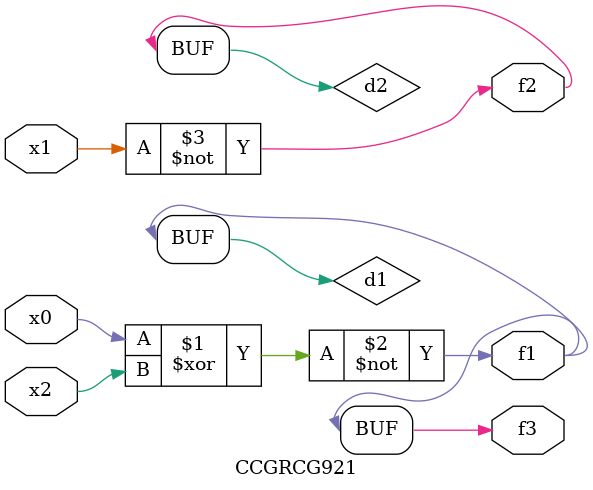
<source format=v>
module CCGRCG921(
	input x0, x1, x2,
	output f1, f2, f3
);

	wire d1, d2, d3;

	xnor (d1, x0, x2);
	nand (d2, x1);
	nor (d3, x1, x2);
	assign f1 = d1;
	assign f2 = d2;
	assign f3 = d1;
endmodule

</source>
